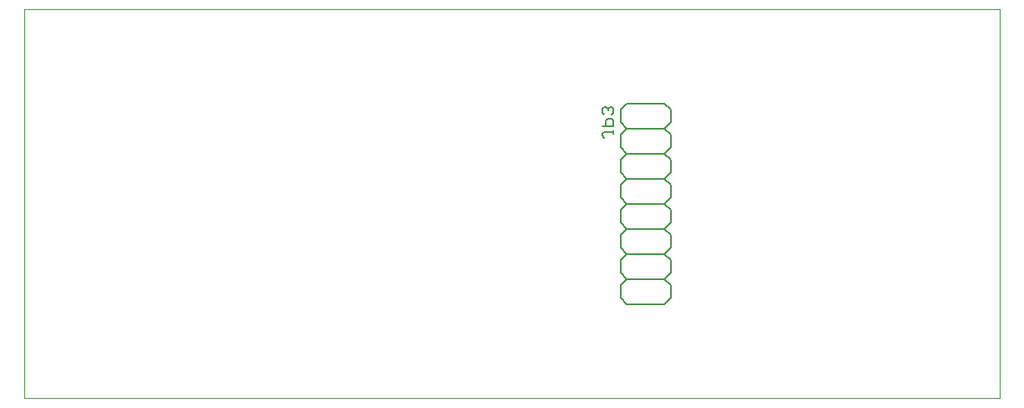
<source format=gbo>
G75*
%MOIN*%
%OFA0B0*%
%FSLAX25Y25*%
%IPPOS*%
%LPD*%
%AMOC8*
5,1,8,0,0,1.08239X$1,22.5*
%
%ADD10C,0.00000*%
%ADD11C,0.00600*%
%ADD12C,0.00500*%
D10*
X0001000Y0001000D02*
X0001000Y0155961D01*
X0389701Y0155961D01*
X0389701Y0001000D01*
X0001000Y0001000D01*
D11*
X0238500Y0041000D02*
X0241000Y0038500D01*
X0256000Y0038500D01*
X0258500Y0041000D01*
X0258500Y0046000D01*
X0256000Y0048500D01*
X0241000Y0048500D01*
X0238500Y0046000D01*
X0238500Y0041000D01*
X0241000Y0048500D02*
X0238500Y0051000D01*
X0238500Y0056000D01*
X0241000Y0058500D01*
X0256000Y0058500D01*
X0258500Y0056000D01*
X0258500Y0051000D01*
X0256000Y0048500D01*
X0256000Y0058500D02*
X0258500Y0061000D01*
X0258500Y0066000D01*
X0256000Y0068500D01*
X0241000Y0068500D01*
X0238500Y0066000D01*
X0238500Y0061000D01*
X0241000Y0058500D01*
X0241000Y0068500D02*
X0238500Y0071000D01*
X0238500Y0076000D01*
X0241000Y0078500D01*
X0256000Y0078500D01*
X0258500Y0076000D01*
X0258500Y0071000D01*
X0256000Y0068500D01*
X0256000Y0078500D02*
X0258500Y0081000D01*
X0258500Y0086000D01*
X0256000Y0088500D01*
X0241000Y0088500D01*
X0238500Y0086000D01*
X0238500Y0081000D01*
X0241000Y0078500D01*
X0241000Y0088500D02*
X0238500Y0091000D01*
X0238500Y0096000D01*
X0241000Y0098500D01*
X0256000Y0098500D01*
X0258500Y0096000D01*
X0258500Y0091000D01*
X0256000Y0088500D01*
X0256000Y0098500D02*
X0258500Y0101000D01*
X0258500Y0106000D01*
X0256000Y0108500D01*
X0241000Y0108500D01*
X0238500Y0106000D01*
X0238500Y0101000D01*
X0241000Y0098500D01*
X0241000Y0108500D02*
X0238500Y0111000D01*
X0238500Y0116000D01*
X0241000Y0118500D01*
X0256000Y0118500D01*
X0258500Y0116000D01*
X0258500Y0111000D01*
X0256000Y0108500D01*
D12*
X0235754Y0107941D02*
X0235754Y0106439D01*
X0235754Y0107190D02*
X0232001Y0107190D01*
X0231250Y0106439D01*
X0231250Y0105689D01*
X0232001Y0104938D01*
X0232751Y0109542D02*
X0232751Y0111794D01*
X0233502Y0112545D01*
X0235003Y0112545D01*
X0235754Y0111794D01*
X0235754Y0109542D01*
X0231250Y0109542D01*
X0232001Y0114146D02*
X0231250Y0114897D01*
X0231250Y0116398D01*
X0232001Y0117149D01*
X0232751Y0117149D01*
X0233502Y0116398D01*
X0233502Y0115647D01*
X0233502Y0116398D02*
X0234253Y0117149D01*
X0235003Y0117149D01*
X0235754Y0116398D01*
X0235754Y0114897D01*
X0235003Y0114146D01*
M02*

</source>
